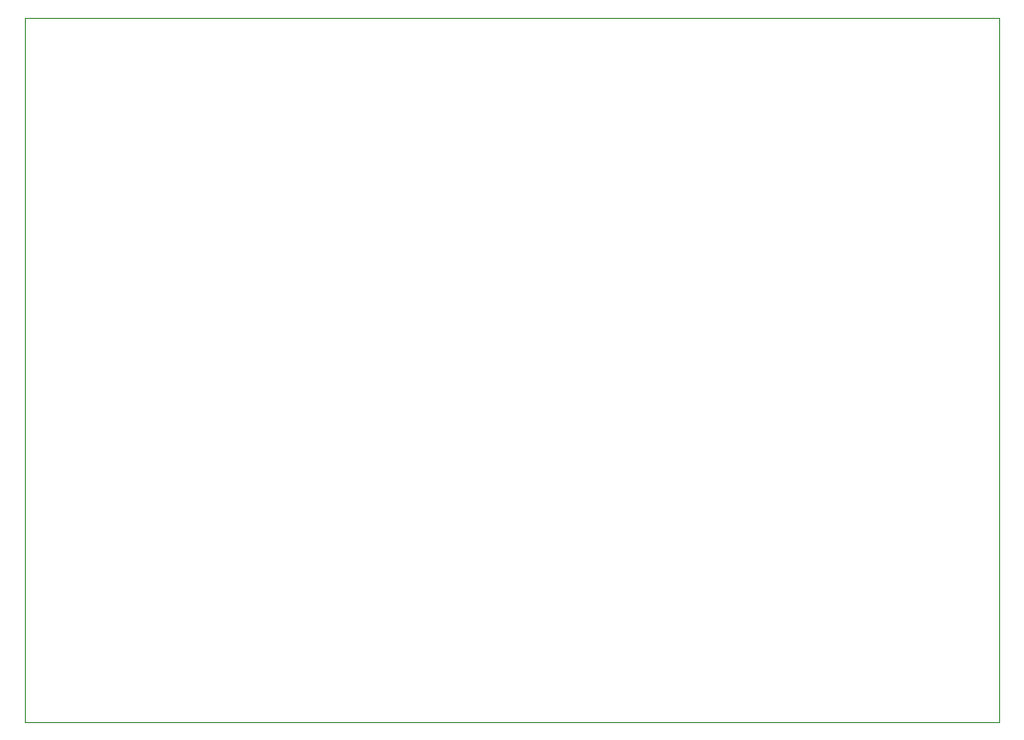
<source format=gm1>
G04 #@! TF.GenerationSoftware,KiCad,Pcbnew,7.0.9*
G04 #@! TF.CreationDate,2023-11-29T22:57:35+01:00*
G04 #@! TF.ProjectId,vfo-do,76666f2d-646f-42e6-9b69-6361645f7063,rev?*
G04 #@! TF.SameCoordinates,Original*
G04 #@! TF.FileFunction,Profile,NP*
%FSLAX46Y46*%
G04 Gerber Fmt 4.6, Leading zero omitted, Abs format (unit mm)*
G04 Created by KiCad (PCBNEW 7.0.9) date 2023-11-29 22:57:35*
%MOMM*%
%LPD*%
G01*
G04 APERTURE LIST*
G04 #@! TA.AperFunction,Profile*
%ADD10C,0.100000*%
G04 #@! TD*
G04 APERTURE END LIST*
D10*
X83000000Y-56000000D02*
X166000000Y-56000000D01*
X166000000Y-116000000D01*
X83000000Y-116000000D01*
X83000000Y-56000000D01*
M02*

</source>
